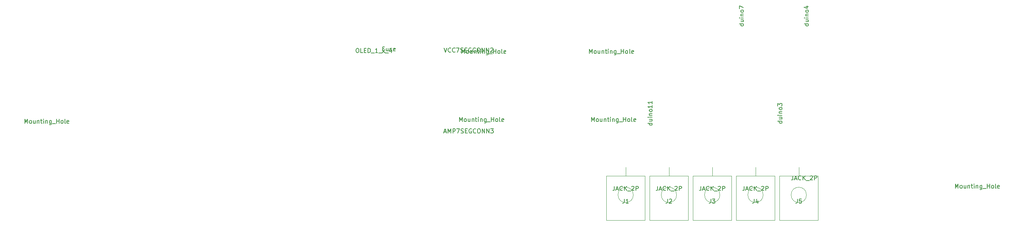
<source format=gbr>
G04 #@! TF.GenerationSoftware,KiCad,Pcbnew,5.0.0-rc2*
G04 #@! TF.CreationDate,2019-08-13T00:47:33-04:00*
G04 #@! TF.ProjectId,pcb,7063622E6B696361645F706362000000,rev?*
G04 #@! TF.SameCoordinates,Original*
G04 #@! TF.FileFunction,Other,Fab,Top*
%FSLAX46Y46*%
G04 Gerber Fmt 4.6, Leading zero omitted, Abs format (unit mm)*
G04 Created by KiCad (PCBNEW 5.0.0-rc2) date Tue Aug 13 00:47:33 2019*
%MOMM*%
%LPD*%
G01*
G04 APERTURE LIST*
%ADD10C,0.100000*%
%ADD11C,0.150000*%
G04 APERTURE END LIST*
D10*
G04 #@! TO.C,J1*
X159330000Y-84870000D02*
X159330000Y-74470000D01*
X168330000Y-84870000D02*
X168330000Y-74470000D01*
X168330000Y-84870000D02*
X159330000Y-84870000D01*
X168330000Y-74420000D02*
X159330000Y-74420000D01*
X165630000Y-78870000D02*
G75*
G03X165630000Y-78870000I-1800000J0D01*
G01*
X163830000Y-72390000D02*
X163830000Y-74420000D01*
G04 #@! TO.C,J2*
X173990000Y-72390000D02*
X173990000Y-74420000D01*
X175790000Y-78870000D02*
G75*
G03X175790000Y-78870000I-1800000J0D01*
G01*
X178490000Y-74420000D02*
X169490000Y-74420000D01*
X178490000Y-84870000D02*
X169490000Y-84870000D01*
X178490000Y-84870000D02*
X178490000Y-74470000D01*
X169490000Y-84870000D02*
X169490000Y-74470000D01*
G04 #@! TO.C,J3*
X184150000Y-72390000D02*
X184150000Y-74420000D01*
X185950000Y-78870000D02*
G75*
G03X185950000Y-78870000I-1800000J0D01*
G01*
X188650000Y-74420000D02*
X179650000Y-74420000D01*
X188650000Y-84870000D02*
X179650000Y-84870000D01*
X188650000Y-84870000D02*
X188650000Y-74470000D01*
X179650000Y-84870000D02*
X179650000Y-74470000D01*
G04 #@! TO.C,J4*
X189810000Y-84870000D02*
X189810000Y-74470000D01*
X198810000Y-84870000D02*
X198810000Y-74470000D01*
X198810000Y-84870000D02*
X189810000Y-84870000D01*
X198810000Y-74420000D02*
X189810000Y-74420000D01*
X196110000Y-78870000D02*
G75*
G03X196110000Y-78870000I-1800000J0D01*
G01*
X194310000Y-72390000D02*
X194310000Y-74420000D01*
G04 #@! TO.C,J5*
X199970000Y-84870000D02*
X199970000Y-74470000D01*
X208970000Y-84870000D02*
X208970000Y-74470000D01*
X208970000Y-84870000D02*
X199970000Y-84870000D01*
X208970000Y-74420000D02*
X199970000Y-74420000D01*
X206270000Y-78870000D02*
G75*
G03X206270000Y-78870000I-1800000J0D01*
G01*
X204470000Y-72390000D02*
X204470000Y-74420000D01*
G04 #@! TD*
G04 #@! TO.C,DIN2*
D11*
X241213333Y-77302380D02*
X241213333Y-76302380D01*
X241546666Y-77016666D01*
X241879999Y-76302380D01*
X241879999Y-77302380D01*
X242499047Y-77302380D02*
X242403809Y-77254761D01*
X242356190Y-77207142D01*
X242308571Y-77111904D01*
X242308571Y-76826190D01*
X242356190Y-76730952D01*
X242403809Y-76683333D01*
X242499047Y-76635714D01*
X242641904Y-76635714D01*
X242737142Y-76683333D01*
X242784761Y-76730952D01*
X242832380Y-76826190D01*
X242832380Y-77111904D01*
X242784761Y-77207142D01*
X242737142Y-77254761D01*
X242641904Y-77302380D01*
X242499047Y-77302380D01*
X243689523Y-76635714D02*
X243689523Y-77302380D01*
X243260952Y-76635714D02*
X243260952Y-77159523D01*
X243308571Y-77254761D01*
X243403809Y-77302380D01*
X243546666Y-77302380D01*
X243641904Y-77254761D01*
X243689523Y-77207142D01*
X244165714Y-76635714D02*
X244165714Y-77302380D01*
X244165714Y-76730952D02*
X244213333Y-76683333D01*
X244308571Y-76635714D01*
X244451428Y-76635714D01*
X244546666Y-76683333D01*
X244594285Y-76778571D01*
X244594285Y-77302380D01*
X244927619Y-76635714D02*
X245308571Y-76635714D01*
X245070476Y-76302380D02*
X245070476Y-77159523D01*
X245118095Y-77254761D01*
X245213333Y-77302380D01*
X245308571Y-77302380D01*
X245641904Y-77302380D02*
X245641904Y-76635714D01*
X245641904Y-76302380D02*
X245594285Y-76350000D01*
X245641904Y-76397619D01*
X245689523Y-76350000D01*
X245641904Y-76302380D01*
X245641904Y-76397619D01*
X246118095Y-76635714D02*
X246118095Y-77302380D01*
X246118095Y-76730952D02*
X246165714Y-76683333D01*
X246260952Y-76635714D01*
X246403809Y-76635714D01*
X246499047Y-76683333D01*
X246546666Y-76778571D01*
X246546666Y-77302380D01*
X247451428Y-76635714D02*
X247451428Y-77445238D01*
X247403809Y-77540476D01*
X247356190Y-77588095D01*
X247260952Y-77635714D01*
X247118095Y-77635714D01*
X247022857Y-77588095D01*
X247451428Y-77254761D02*
X247356190Y-77302380D01*
X247165714Y-77302380D01*
X247070476Y-77254761D01*
X247022857Y-77207142D01*
X246975238Y-77111904D01*
X246975238Y-76826190D01*
X247022857Y-76730952D01*
X247070476Y-76683333D01*
X247165714Y-76635714D01*
X247356190Y-76635714D01*
X247451428Y-76683333D01*
X247689523Y-77397619D02*
X248451428Y-77397619D01*
X248689523Y-77302380D02*
X248689523Y-76302380D01*
X248689523Y-76778571D02*
X249260952Y-76778571D01*
X249260952Y-77302380D02*
X249260952Y-76302380D01*
X249879999Y-77302380D02*
X249784761Y-77254761D01*
X249737142Y-77207142D01*
X249689523Y-77111904D01*
X249689523Y-76826190D01*
X249737142Y-76730952D01*
X249784761Y-76683333D01*
X249879999Y-76635714D01*
X250022857Y-76635714D01*
X250118095Y-76683333D01*
X250165714Y-76730952D01*
X250213333Y-76826190D01*
X250213333Y-77111904D01*
X250165714Y-77207142D01*
X250118095Y-77254761D01*
X250022857Y-77302380D01*
X249879999Y-77302380D01*
X250784761Y-77302380D02*
X250689523Y-77254761D01*
X250641904Y-77159523D01*
X250641904Y-76302380D01*
X251546666Y-77254761D02*
X251451428Y-77302380D01*
X251260952Y-77302380D01*
X251165714Y-77254761D01*
X251118095Y-77159523D01*
X251118095Y-76778571D01*
X251165714Y-76683333D01*
X251260952Y-76635714D01*
X251451428Y-76635714D01*
X251546666Y-76683333D01*
X251594285Y-76778571D01*
X251594285Y-76873809D01*
X251118095Y-76969047D01*
G04 #@! TO.C,DIN1*
X22773333Y-62062380D02*
X22773333Y-61062380D01*
X23106666Y-61776666D01*
X23440000Y-61062380D01*
X23440000Y-62062380D01*
X24059047Y-62062380D02*
X23963809Y-62014761D01*
X23916190Y-61967142D01*
X23868571Y-61871904D01*
X23868571Y-61586190D01*
X23916190Y-61490952D01*
X23963809Y-61443333D01*
X24059047Y-61395714D01*
X24201904Y-61395714D01*
X24297142Y-61443333D01*
X24344761Y-61490952D01*
X24392380Y-61586190D01*
X24392380Y-61871904D01*
X24344761Y-61967142D01*
X24297142Y-62014761D01*
X24201904Y-62062380D01*
X24059047Y-62062380D01*
X25249523Y-61395714D02*
X25249523Y-62062380D01*
X24820952Y-61395714D02*
X24820952Y-61919523D01*
X24868571Y-62014761D01*
X24963809Y-62062380D01*
X25106666Y-62062380D01*
X25201904Y-62014761D01*
X25249523Y-61967142D01*
X25725714Y-61395714D02*
X25725714Y-62062380D01*
X25725714Y-61490952D02*
X25773333Y-61443333D01*
X25868571Y-61395714D01*
X26011428Y-61395714D01*
X26106666Y-61443333D01*
X26154285Y-61538571D01*
X26154285Y-62062380D01*
X26487619Y-61395714D02*
X26868571Y-61395714D01*
X26630476Y-61062380D02*
X26630476Y-61919523D01*
X26678095Y-62014761D01*
X26773333Y-62062380D01*
X26868571Y-62062380D01*
X27201904Y-62062380D02*
X27201904Y-61395714D01*
X27201904Y-61062380D02*
X27154285Y-61110000D01*
X27201904Y-61157619D01*
X27249523Y-61110000D01*
X27201904Y-61062380D01*
X27201904Y-61157619D01*
X27678095Y-61395714D02*
X27678095Y-62062380D01*
X27678095Y-61490952D02*
X27725714Y-61443333D01*
X27820952Y-61395714D01*
X27963809Y-61395714D01*
X28059047Y-61443333D01*
X28106666Y-61538571D01*
X28106666Y-62062380D01*
X29011428Y-61395714D02*
X29011428Y-62205238D01*
X28963809Y-62300476D01*
X28916190Y-62348095D01*
X28820952Y-62395714D01*
X28678095Y-62395714D01*
X28582857Y-62348095D01*
X29011428Y-62014761D02*
X28916190Y-62062380D01*
X28725714Y-62062380D01*
X28630476Y-62014761D01*
X28582857Y-61967142D01*
X28535238Y-61871904D01*
X28535238Y-61586190D01*
X28582857Y-61490952D01*
X28630476Y-61443333D01*
X28725714Y-61395714D01*
X28916190Y-61395714D01*
X29011428Y-61443333D01*
X29249523Y-62157619D02*
X30011428Y-62157619D01*
X30249523Y-62062380D02*
X30249523Y-61062380D01*
X30249523Y-61538571D02*
X30820952Y-61538571D01*
X30820952Y-62062380D02*
X30820952Y-61062380D01*
X31440000Y-62062380D02*
X31344761Y-62014761D01*
X31297142Y-61967142D01*
X31249523Y-61871904D01*
X31249523Y-61586190D01*
X31297142Y-61490952D01*
X31344761Y-61443333D01*
X31440000Y-61395714D01*
X31582857Y-61395714D01*
X31678095Y-61443333D01*
X31725714Y-61490952D01*
X31773333Y-61586190D01*
X31773333Y-61871904D01*
X31725714Y-61967142D01*
X31678095Y-62014761D01*
X31582857Y-62062380D01*
X31440000Y-62062380D01*
X32344761Y-62062380D02*
X32249523Y-62014761D01*
X32201904Y-61919523D01*
X32201904Y-61062380D01*
X33106666Y-62014761D02*
X33011428Y-62062380D01*
X32820952Y-62062380D01*
X32725714Y-62014761D01*
X32678095Y-61919523D01*
X32678095Y-61538571D01*
X32725714Y-61443333D01*
X32820952Y-61395714D01*
X33011428Y-61395714D01*
X33106666Y-61443333D01*
X33154285Y-61538571D01*
X33154285Y-61633809D01*
X32678095Y-61729047D01*
G04 #@! TO.C,J1*
X161187142Y-76842380D02*
X161187142Y-77556666D01*
X161139523Y-77699523D01*
X161044285Y-77794761D01*
X160901428Y-77842380D01*
X160806190Y-77842380D01*
X161615714Y-77556666D02*
X162091904Y-77556666D01*
X161520476Y-77842380D02*
X161853809Y-76842380D01*
X162187142Y-77842380D01*
X163091904Y-77747142D02*
X163044285Y-77794761D01*
X162901428Y-77842380D01*
X162806190Y-77842380D01*
X162663333Y-77794761D01*
X162568095Y-77699523D01*
X162520476Y-77604285D01*
X162472857Y-77413809D01*
X162472857Y-77270952D01*
X162520476Y-77080476D01*
X162568095Y-76985238D01*
X162663333Y-76890000D01*
X162806190Y-76842380D01*
X162901428Y-76842380D01*
X163044285Y-76890000D01*
X163091904Y-76937619D01*
X163520476Y-77842380D02*
X163520476Y-76842380D01*
X164091904Y-77842380D02*
X163663333Y-77270952D01*
X164091904Y-76842380D02*
X163520476Y-77413809D01*
X164282380Y-77937619D02*
X165044285Y-77937619D01*
X165234761Y-76937619D02*
X165282380Y-76890000D01*
X165377619Y-76842380D01*
X165615714Y-76842380D01*
X165710952Y-76890000D01*
X165758571Y-76937619D01*
X165806190Y-77032857D01*
X165806190Y-77128095D01*
X165758571Y-77270952D01*
X165187142Y-77842380D01*
X165806190Y-77842380D01*
X166234761Y-77842380D02*
X166234761Y-76842380D01*
X166615714Y-76842380D01*
X166710952Y-76890000D01*
X166758571Y-76937619D01*
X166806190Y-77032857D01*
X166806190Y-77175714D01*
X166758571Y-77270952D01*
X166710952Y-77318571D01*
X166615714Y-77366190D01*
X166234761Y-77366190D01*
X163496666Y-79842380D02*
X163496666Y-80556666D01*
X163449047Y-80699523D01*
X163353809Y-80794761D01*
X163210952Y-80842380D01*
X163115714Y-80842380D01*
X164496666Y-80842380D02*
X163925238Y-80842380D01*
X164210952Y-80842380D02*
X164210952Y-79842380D01*
X164115714Y-79985238D01*
X164020476Y-80080476D01*
X163925238Y-80128095D01*
G04 #@! TO.C,J2*
X171347142Y-76842380D02*
X171347142Y-77556666D01*
X171299523Y-77699523D01*
X171204285Y-77794761D01*
X171061428Y-77842380D01*
X170966190Y-77842380D01*
X171775714Y-77556666D02*
X172251904Y-77556666D01*
X171680476Y-77842380D02*
X172013809Y-76842380D01*
X172347142Y-77842380D01*
X173251904Y-77747142D02*
X173204285Y-77794761D01*
X173061428Y-77842380D01*
X172966190Y-77842380D01*
X172823333Y-77794761D01*
X172728095Y-77699523D01*
X172680476Y-77604285D01*
X172632857Y-77413809D01*
X172632857Y-77270952D01*
X172680476Y-77080476D01*
X172728095Y-76985238D01*
X172823333Y-76890000D01*
X172966190Y-76842380D01*
X173061428Y-76842380D01*
X173204285Y-76890000D01*
X173251904Y-76937619D01*
X173680476Y-77842380D02*
X173680476Y-76842380D01*
X174251904Y-77842380D02*
X173823333Y-77270952D01*
X174251904Y-76842380D02*
X173680476Y-77413809D01*
X174442380Y-77937619D02*
X175204285Y-77937619D01*
X175394761Y-76937619D02*
X175442380Y-76890000D01*
X175537619Y-76842380D01*
X175775714Y-76842380D01*
X175870952Y-76890000D01*
X175918571Y-76937619D01*
X175966190Y-77032857D01*
X175966190Y-77128095D01*
X175918571Y-77270952D01*
X175347142Y-77842380D01*
X175966190Y-77842380D01*
X176394761Y-77842380D02*
X176394761Y-76842380D01*
X176775714Y-76842380D01*
X176870952Y-76890000D01*
X176918571Y-76937619D01*
X176966190Y-77032857D01*
X176966190Y-77175714D01*
X176918571Y-77270952D01*
X176870952Y-77318571D01*
X176775714Y-77366190D01*
X176394761Y-77366190D01*
X173656666Y-79842380D02*
X173656666Y-80556666D01*
X173609047Y-80699523D01*
X173513809Y-80794761D01*
X173370952Y-80842380D01*
X173275714Y-80842380D01*
X174085238Y-79937619D02*
X174132857Y-79890000D01*
X174228095Y-79842380D01*
X174466190Y-79842380D01*
X174561428Y-79890000D01*
X174609047Y-79937619D01*
X174656666Y-80032857D01*
X174656666Y-80128095D01*
X174609047Y-80270952D01*
X174037619Y-80842380D01*
X174656666Y-80842380D01*
G04 #@! TO.C,J3*
X181507142Y-76842380D02*
X181507142Y-77556666D01*
X181459523Y-77699523D01*
X181364285Y-77794761D01*
X181221428Y-77842380D01*
X181126190Y-77842380D01*
X181935714Y-77556666D02*
X182411904Y-77556666D01*
X181840476Y-77842380D02*
X182173809Y-76842380D01*
X182507142Y-77842380D01*
X183411904Y-77747142D02*
X183364285Y-77794761D01*
X183221428Y-77842380D01*
X183126190Y-77842380D01*
X182983333Y-77794761D01*
X182888095Y-77699523D01*
X182840476Y-77604285D01*
X182792857Y-77413809D01*
X182792857Y-77270952D01*
X182840476Y-77080476D01*
X182888095Y-76985238D01*
X182983333Y-76890000D01*
X183126190Y-76842380D01*
X183221428Y-76842380D01*
X183364285Y-76890000D01*
X183411904Y-76937619D01*
X183840476Y-77842380D02*
X183840476Y-76842380D01*
X184411904Y-77842380D02*
X183983333Y-77270952D01*
X184411904Y-76842380D02*
X183840476Y-77413809D01*
X184602380Y-77937619D02*
X185364285Y-77937619D01*
X185554761Y-76937619D02*
X185602380Y-76890000D01*
X185697619Y-76842380D01*
X185935714Y-76842380D01*
X186030952Y-76890000D01*
X186078571Y-76937619D01*
X186126190Y-77032857D01*
X186126190Y-77128095D01*
X186078571Y-77270952D01*
X185507142Y-77842380D01*
X186126190Y-77842380D01*
X186554761Y-77842380D02*
X186554761Y-76842380D01*
X186935714Y-76842380D01*
X187030952Y-76890000D01*
X187078571Y-76937619D01*
X187126190Y-77032857D01*
X187126190Y-77175714D01*
X187078571Y-77270952D01*
X187030952Y-77318571D01*
X186935714Y-77366190D01*
X186554761Y-77366190D01*
X183816666Y-79842380D02*
X183816666Y-80556666D01*
X183769047Y-80699523D01*
X183673809Y-80794761D01*
X183530952Y-80842380D01*
X183435714Y-80842380D01*
X184197619Y-79842380D02*
X184816666Y-79842380D01*
X184483333Y-80223333D01*
X184626190Y-80223333D01*
X184721428Y-80270952D01*
X184769047Y-80318571D01*
X184816666Y-80413809D01*
X184816666Y-80651904D01*
X184769047Y-80747142D01*
X184721428Y-80794761D01*
X184626190Y-80842380D01*
X184340476Y-80842380D01*
X184245238Y-80794761D01*
X184197619Y-80747142D01*
G04 #@! TO.C,J4*
X191667142Y-76842380D02*
X191667142Y-77556666D01*
X191619523Y-77699523D01*
X191524285Y-77794761D01*
X191381428Y-77842380D01*
X191286190Y-77842380D01*
X192095714Y-77556666D02*
X192571904Y-77556666D01*
X192000476Y-77842380D02*
X192333809Y-76842380D01*
X192667142Y-77842380D01*
X193571904Y-77747142D02*
X193524285Y-77794761D01*
X193381428Y-77842380D01*
X193286190Y-77842380D01*
X193143333Y-77794761D01*
X193048095Y-77699523D01*
X193000476Y-77604285D01*
X192952857Y-77413809D01*
X192952857Y-77270952D01*
X193000476Y-77080476D01*
X193048095Y-76985238D01*
X193143333Y-76890000D01*
X193286190Y-76842380D01*
X193381428Y-76842380D01*
X193524285Y-76890000D01*
X193571904Y-76937619D01*
X194000476Y-77842380D02*
X194000476Y-76842380D01*
X194571904Y-77842380D02*
X194143333Y-77270952D01*
X194571904Y-76842380D02*
X194000476Y-77413809D01*
X194762380Y-77937619D02*
X195524285Y-77937619D01*
X195714761Y-76937619D02*
X195762380Y-76890000D01*
X195857619Y-76842380D01*
X196095714Y-76842380D01*
X196190952Y-76890000D01*
X196238571Y-76937619D01*
X196286190Y-77032857D01*
X196286190Y-77128095D01*
X196238571Y-77270952D01*
X195667142Y-77842380D01*
X196286190Y-77842380D01*
X196714761Y-77842380D02*
X196714761Y-76842380D01*
X197095714Y-76842380D01*
X197190952Y-76890000D01*
X197238571Y-76937619D01*
X197286190Y-77032857D01*
X197286190Y-77175714D01*
X197238571Y-77270952D01*
X197190952Y-77318571D01*
X197095714Y-77366190D01*
X196714761Y-77366190D01*
X193976666Y-79842380D02*
X193976666Y-80556666D01*
X193929047Y-80699523D01*
X193833809Y-80794761D01*
X193690952Y-80842380D01*
X193595714Y-80842380D01*
X194881428Y-80175714D02*
X194881428Y-80842380D01*
X194643333Y-79794761D02*
X194405238Y-80509047D01*
X195024285Y-80509047D01*
G04 #@! TO.C,J5*
X203097142Y-74382380D02*
X203097142Y-75096666D01*
X203049523Y-75239523D01*
X202954285Y-75334761D01*
X202811428Y-75382380D01*
X202716190Y-75382380D01*
X203525714Y-75096666D02*
X204001904Y-75096666D01*
X203430476Y-75382380D02*
X203763809Y-74382380D01*
X204097142Y-75382380D01*
X205001904Y-75287142D02*
X204954285Y-75334761D01*
X204811428Y-75382380D01*
X204716190Y-75382380D01*
X204573333Y-75334761D01*
X204478095Y-75239523D01*
X204430476Y-75144285D01*
X204382857Y-74953809D01*
X204382857Y-74810952D01*
X204430476Y-74620476D01*
X204478095Y-74525238D01*
X204573333Y-74430000D01*
X204716190Y-74382380D01*
X204811428Y-74382380D01*
X204954285Y-74430000D01*
X205001904Y-74477619D01*
X205430476Y-75382380D02*
X205430476Y-74382380D01*
X206001904Y-75382380D02*
X205573333Y-74810952D01*
X206001904Y-74382380D02*
X205430476Y-74953809D01*
X206192380Y-75477619D02*
X206954285Y-75477619D01*
X207144761Y-74477619D02*
X207192380Y-74430000D01*
X207287619Y-74382380D01*
X207525714Y-74382380D01*
X207620952Y-74430000D01*
X207668571Y-74477619D01*
X207716190Y-74572857D01*
X207716190Y-74668095D01*
X207668571Y-74810952D01*
X207097142Y-75382380D01*
X207716190Y-75382380D01*
X208144761Y-75382380D02*
X208144761Y-74382380D01*
X208525714Y-74382380D01*
X208620952Y-74430000D01*
X208668571Y-74477619D01*
X208716190Y-74572857D01*
X208716190Y-74715714D01*
X208668571Y-74810952D01*
X208620952Y-74858571D01*
X208525714Y-74906190D01*
X208144761Y-74906190D01*
X204136666Y-79842380D02*
X204136666Y-80556666D01*
X204089047Y-80699523D01*
X203993809Y-80794761D01*
X203850952Y-80842380D01*
X203755714Y-80842380D01*
X205089047Y-79842380D02*
X204612857Y-79842380D01*
X204565238Y-80318571D01*
X204612857Y-80270952D01*
X204708095Y-80223333D01*
X204946190Y-80223333D01*
X205041428Y-80270952D01*
X205089047Y-80318571D01*
X205136666Y-80413809D01*
X205136666Y-80651904D01*
X205089047Y-80747142D01*
X205041428Y-80794761D01*
X204946190Y-80842380D01*
X204708095Y-80842380D01*
X204612857Y-80794761D01*
X204565238Y-80747142D01*
G04 #@! TO.C,F1*
X107127142Y-44548571D02*
X106793809Y-44548571D01*
X106793809Y-45072380D02*
X106793809Y-44072380D01*
X107269999Y-44072380D01*
X108079523Y-44405714D02*
X108079523Y-45072380D01*
X107650952Y-44405714D02*
X107650952Y-44929523D01*
X107698571Y-45024761D01*
X107793809Y-45072380D01*
X107936666Y-45072380D01*
X108031904Y-45024761D01*
X108079523Y-44977142D01*
X108508095Y-45024761D02*
X108603333Y-45072380D01*
X108793809Y-45072380D01*
X108889047Y-45024761D01*
X108936666Y-44929523D01*
X108936666Y-44881904D01*
X108889047Y-44786666D01*
X108793809Y-44739047D01*
X108650952Y-44739047D01*
X108555714Y-44691428D01*
X108508095Y-44596190D01*
X108508095Y-44548571D01*
X108555714Y-44453333D01*
X108650952Y-44405714D01*
X108793809Y-44405714D01*
X108889047Y-44453333D01*
X109746190Y-45024761D02*
X109650952Y-45072380D01*
X109460476Y-45072380D01*
X109365238Y-45024761D01*
X109317619Y-44929523D01*
X109317619Y-44548571D01*
X109365238Y-44453333D01*
X109460476Y-44405714D01*
X109650952Y-44405714D01*
X109746190Y-44453333D01*
X109793809Y-44548571D01*
X109793809Y-44643809D01*
X109317619Y-44739047D01*
G04 #@! TO.C,P13*
X121214285Y-44352380D02*
X121547619Y-45352380D01*
X121880952Y-44352380D01*
X122785714Y-45257142D02*
X122738095Y-45304761D01*
X122595238Y-45352380D01*
X122499999Y-45352380D01*
X122357142Y-45304761D01*
X122261904Y-45209523D01*
X122214285Y-45114285D01*
X122166666Y-44923809D01*
X122166666Y-44780952D01*
X122214285Y-44590476D01*
X122261904Y-44495238D01*
X122357142Y-44400000D01*
X122499999Y-44352380D01*
X122595238Y-44352380D01*
X122738095Y-44400000D01*
X122785714Y-44447619D01*
X123785714Y-45257142D02*
X123738095Y-45304761D01*
X123595238Y-45352380D01*
X123499999Y-45352380D01*
X123357142Y-45304761D01*
X123261904Y-45209523D01*
X123214285Y-45114285D01*
X123166666Y-44923809D01*
X123166666Y-44780952D01*
X123214285Y-44590476D01*
X123261904Y-44495238D01*
X123357142Y-44400000D01*
X123499999Y-44352380D01*
X123595238Y-44352380D01*
X123738095Y-44400000D01*
X123785714Y-44447619D01*
X124119047Y-44352380D02*
X124785714Y-44352380D01*
X124357142Y-45352380D01*
X125119047Y-45304761D02*
X125261904Y-45352380D01*
X125499999Y-45352380D01*
X125595238Y-45304761D01*
X125642857Y-45257142D01*
X125690476Y-45161904D01*
X125690476Y-45066666D01*
X125642857Y-44971428D01*
X125595238Y-44923809D01*
X125499999Y-44876190D01*
X125309523Y-44828571D01*
X125214285Y-44780952D01*
X125166666Y-44733333D01*
X125119047Y-44638095D01*
X125119047Y-44542857D01*
X125166666Y-44447619D01*
X125214285Y-44400000D01*
X125309523Y-44352380D01*
X125547619Y-44352380D01*
X125690476Y-44400000D01*
X126119047Y-44828571D02*
X126452380Y-44828571D01*
X126595238Y-45352380D02*
X126119047Y-45352380D01*
X126119047Y-44352380D01*
X126595238Y-44352380D01*
X127547619Y-44400000D02*
X127452380Y-44352380D01*
X127309523Y-44352380D01*
X127166666Y-44400000D01*
X127071428Y-44495238D01*
X127023809Y-44590476D01*
X126976190Y-44780952D01*
X126976190Y-44923809D01*
X127023809Y-45114285D01*
X127071428Y-45209523D01*
X127166666Y-45304761D01*
X127309523Y-45352380D01*
X127404761Y-45352380D01*
X127547619Y-45304761D01*
X127595238Y-45257142D01*
X127595238Y-44923809D01*
X127404761Y-44923809D01*
X128595238Y-45257142D02*
X128547619Y-45304761D01*
X128404761Y-45352380D01*
X128309523Y-45352380D01*
X128166666Y-45304761D01*
X128071428Y-45209523D01*
X128023809Y-45114285D01*
X127976190Y-44923809D01*
X127976190Y-44780952D01*
X128023809Y-44590476D01*
X128071428Y-44495238D01*
X128166666Y-44400000D01*
X128309523Y-44352380D01*
X128404761Y-44352380D01*
X128547619Y-44400000D01*
X128595238Y-44447619D01*
X129214285Y-44352380D02*
X129404761Y-44352380D01*
X129499999Y-44400000D01*
X129595238Y-44495238D01*
X129642857Y-44685714D01*
X129642857Y-45019047D01*
X129595238Y-45209523D01*
X129499999Y-45304761D01*
X129404761Y-45352380D01*
X129214285Y-45352380D01*
X129119047Y-45304761D01*
X129023809Y-45209523D01*
X128976190Y-45019047D01*
X128976190Y-44685714D01*
X129023809Y-44495238D01*
X129119047Y-44400000D01*
X129214285Y-44352380D01*
X130071428Y-45352380D02*
X130071428Y-44352380D01*
X130642857Y-45352380D01*
X130642857Y-44352380D01*
X131119047Y-45352380D02*
X131119047Y-44352380D01*
X131690476Y-45352380D01*
X131690476Y-44352380D01*
X132119047Y-44447619D02*
X132166666Y-44400000D01*
X132261904Y-44352380D01*
X132499999Y-44352380D01*
X132595238Y-44400000D01*
X132642857Y-44447619D01*
X132690476Y-44542857D01*
X132690476Y-44638095D01*
X132642857Y-44780952D01*
X132071428Y-45352380D01*
X132690476Y-45352380D01*
G04 #@! TO.C,P14*
X121238095Y-64066666D02*
X121714285Y-64066666D01*
X121142857Y-64352380D02*
X121476190Y-63352380D01*
X121809523Y-64352380D01*
X122142857Y-64352380D02*
X122142857Y-63352380D01*
X122476190Y-64066666D01*
X122809523Y-63352380D01*
X122809523Y-64352380D01*
X123285714Y-64352380D02*
X123285714Y-63352380D01*
X123666666Y-63352380D01*
X123761904Y-63400000D01*
X123809523Y-63447619D01*
X123857142Y-63542857D01*
X123857142Y-63685714D01*
X123809523Y-63780952D01*
X123761904Y-63828571D01*
X123666666Y-63876190D01*
X123285714Y-63876190D01*
X124190476Y-63352380D02*
X124857142Y-63352380D01*
X124428571Y-64352380D01*
X125190476Y-64304761D02*
X125333333Y-64352380D01*
X125571428Y-64352380D01*
X125666666Y-64304761D01*
X125714285Y-64257142D01*
X125761904Y-64161904D01*
X125761904Y-64066666D01*
X125714285Y-63971428D01*
X125666666Y-63923809D01*
X125571428Y-63876190D01*
X125380952Y-63828571D01*
X125285714Y-63780952D01*
X125238095Y-63733333D01*
X125190476Y-63638095D01*
X125190476Y-63542857D01*
X125238095Y-63447619D01*
X125285714Y-63400000D01*
X125380952Y-63352380D01*
X125619047Y-63352380D01*
X125761904Y-63400000D01*
X126190476Y-63828571D02*
X126523809Y-63828571D01*
X126666666Y-64352380D02*
X126190476Y-64352380D01*
X126190476Y-63352380D01*
X126666666Y-63352380D01*
X127619047Y-63400000D02*
X127523809Y-63352380D01*
X127380952Y-63352380D01*
X127238095Y-63400000D01*
X127142857Y-63495238D01*
X127095238Y-63590476D01*
X127047619Y-63780952D01*
X127047619Y-63923809D01*
X127095238Y-64114285D01*
X127142857Y-64209523D01*
X127238095Y-64304761D01*
X127380952Y-64352380D01*
X127476190Y-64352380D01*
X127619047Y-64304761D01*
X127666666Y-64257142D01*
X127666666Y-63923809D01*
X127476190Y-63923809D01*
X128666666Y-64257142D02*
X128619047Y-64304761D01*
X128476190Y-64352380D01*
X128380952Y-64352380D01*
X128238095Y-64304761D01*
X128142857Y-64209523D01*
X128095238Y-64114285D01*
X128047619Y-63923809D01*
X128047619Y-63780952D01*
X128095238Y-63590476D01*
X128142857Y-63495238D01*
X128238095Y-63400000D01*
X128380952Y-63352380D01*
X128476190Y-63352380D01*
X128619047Y-63400000D01*
X128666666Y-63447619D01*
X129285714Y-63352380D02*
X129476190Y-63352380D01*
X129571428Y-63400000D01*
X129666666Y-63495238D01*
X129714285Y-63685714D01*
X129714285Y-64019047D01*
X129666666Y-64209523D01*
X129571428Y-64304761D01*
X129476190Y-64352380D01*
X129285714Y-64352380D01*
X129190476Y-64304761D01*
X129095238Y-64209523D01*
X129047619Y-64019047D01*
X129047619Y-63685714D01*
X129095238Y-63495238D01*
X129190476Y-63400000D01*
X129285714Y-63352380D01*
X130142857Y-64352380D02*
X130142857Y-63352380D01*
X130714285Y-64352380D01*
X130714285Y-63352380D01*
X131190476Y-64352380D02*
X131190476Y-63352380D01*
X131761904Y-64352380D01*
X131761904Y-63352380D01*
X132142857Y-63352380D02*
X132761904Y-63352380D01*
X132428571Y-63733333D01*
X132571428Y-63733333D01*
X132666666Y-63780952D01*
X132714285Y-63828571D01*
X132761904Y-63923809D01*
X132761904Y-64161904D01*
X132714285Y-64257142D01*
X132666666Y-64304761D01*
X132571428Y-64352380D01*
X132285714Y-64352380D01*
X132190476Y-64304761D01*
X132142857Y-64257142D01*
G04 #@! TO.C,P17*
X200552380Y-61547142D02*
X199552380Y-61547142D01*
X200504761Y-61547142D02*
X200552380Y-61642380D01*
X200552380Y-61832857D01*
X200504761Y-61928095D01*
X200457142Y-61975714D01*
X200361904Y-62023333D01*
X200076190Y-62023333D01*
X199980952Y-61975714D01*
X199933333Y-61928095D01*
X199885714Y-61832857D01*
X199885714Y-61642380D01*
X199933333Y-61547142D01*
X199885714Y-60642380D02*
X200552380Y-60642380D01*
X199885714Y-61070952D02*
X200409523Y-61070952D01*
X200504761Y-61023333D01*
X200552380Y-60928095D01*
X200552380Y-60785238D01*
X200504761Y-60689999D01*
X200457142Y-60642380D01*
X200552380Y-60166190D02*
X199885714Y-60166190D01*
X199552380Y-60166190D02*
X199599999Y-60213809D01*
X199647619Y-60166190D01*
X199599999Y-60118571D01*
X199552380Y-60166190D01*
X199647619Y-60166190D01*
X199885714Y-59689999D02*
X200552380Y-59689999D01*
X199980952Y-59689999D02*
X199933333Y-59642380D01*
X199885714Y-59547142D01*
X199885714Y-59404285D01*
X199933333Y-59309047D01*
X200028571Y-59261428D01*
X200552380Y-59261428D01*
X200552380Y-58642380D02*
X200504761Y-58737619D01*
X200457142Y-58785238D01*
X200361904Y-58832857D01*
X200076190Y-58832857D01*
X199980952Y-58785238D01*
X199933333Y-58737619D01*
X199885714Y-58642380D01*
X199885714Y-58499523D01*
X199933333Y-58404285D01*
X199980952Y-58356666D01*
X200076190Y-58309047D01*
X200361904Y-58309047D01*
X200457142Y-58356666D01*
X200504761Y-58404285D01*
X200552380Y-58499523D01*
X200552380Y-58642380D01*
X199552380Y-57975714D02*
X199552380Y-57356666D01*
X199933333Y-57689999D01*
X199933333Y-57547142D01*
X199980952Y-57451904D01*
X200028571Y-57404285D01*
X200123809Y-57356666D01*
X200361904Y-57356666D01*
X200457142Y-57404285D01*
X200504761Y-57451904D01*
X200552380Y-57547142D01*
X200552380Y-57832857D01*
X200504761Y-57928095D01*
X200457142Y-57975714D01*
G04 #@! TO.C,P18*
X170072380Y-62023333D02*
X169072380Y-62023333D01*
X170024761Y-62023333D02*
X170072380Y-62118571D01*
X170072380Y-62309047D01*
X170024761Y-62404285D01*
X169977142Y-62451904D01*
X169881904Y-62499523D01*
X169596190Y-62499523D01*
X169500952Y-62451904D01*
X169453333Y-62404285D01*
X169405714Y-62309047D01*
X169405714Y-62118571D01*
X169453333Y-62023333D01*
X169405714Y-61118571D02*
X170072380Y-61118571D01*
X169405714Y-61547142D02*
X169929523Y-61547142D01*
X170024761Y-61499523D01*
X170072380Y-61404285D01*
X170072380Y-61261428D01*
X170024761Y-61166190D01*
X169977142Y-61118571D01*
X170072380Y-60642380D02*
X169405714Y-60642380D01*
X169072380Y-60642380D02*
X169119999Y-60690000D01*
X169167619Y-60642380D01*
X169119999Y-60594761D01*
X169072380Y-60642380D01*
X169167619Y-60642380D01*
X169405714Y-60166190D02*
X170072380Y-60166190D01*
X169500952Y-60166190D02*
X169453333Y-60118571D01*
X169405714Y-60023333D01*
X169405714Y-59880476D01*
X169453333Y-59785238D01*
X169548571Y-59737619D01*
X170072380Y-59737619D01*
X170072380Y-59118571D02*
X170024761Y-59213809D01*
X169977142Y-59261428D01*
X169881904Y-59309047D01*
X169596190Y-59309047D01*
X169500952Y-59261428D01*
X169453333Y-59213809D01*
X169405714Y-59118571D01*
X169405714Y-58975714D01*
X169453333Y-58880476D01*
X169500952Y-58832857D01*
X169596190Y-58785238D01*
X169881904Y-58785238D01*
X169977142Y-58832857D01*
X170024761Y-58880476D01*
X170072380Y-58975714D01*
X170072380Y-59118571D01*
X170072380Y-57832857D02*
X170072380Y-58404285D01*
X170072380Y-58118571D02*
X169072380Y-58118571D01*
X169215238Y-58213809D01*
X169310476Y-58309047D01*
X169358095Y-58404285D01*
X170072380Y-56880476D02*
X170072380Y-57451904D01*
X170072380Y-57166190D02*
X169072380Y-57166190D01*
X169215238Y-57261428D01*
X169310476Y-57356666D01*
X169358095Y-57451904D01*
G04 #@! TO.C,P19*
X206752380Y-38687142D02*
X205752380Y-38687142D01*
X206704761Y-38687142D02*
X206752380Y-38782380D01*
X206752380Y-38972857D01*
X206704761Y-39068095D01*
X206657142Y-39115714D01*
X206561904Y-39163333D01*
X206276190Y-39163333D01*
X206180952Y-39115714D01*
X206133333Y-39068095D01*
X206085714Y-38972857D01*
X206085714Y-38782380D01*
X206133333Y-38687142D01*
X206085714Y-37782380D02*
X206752380Y-37782380D01*
X206085714Y-38210952D02*
X206609523Y-38210952D01*
X206704761Y-38163333D01*
X206752380Y-38068095D01*
X206752380Y-37925238D01*
X206704761Y-37829999D01*
X206657142Y-37782380D01*
X206752380Y-37306190D02*
X206085714Y-37306190D01*
X205752380Y-37306190D02*
X205799999Y-37353809D01*
X205847619Y-37306190D01*
X205799999Y-37258571D01*
X205752380Y-37306190D01*
X205847619Y-37306190D01*
X206085714Y-36829999D02*
X206752380Y-36829999D01*
X206180952Y-36829999D02*
X206133333Y-36782380D01*
X206085714Y-36687142D01*
X206085714Y-36544285D01*
X206133333Y-36449047D01*
X206228571Y-36401428D01*
X206752380Y-36401428D01*
X206752380Y-35782380D02*
X206704761Y-35877619D01*
X206657142Y-35925238D01*
X206561904Y-35972857D01*
X206276190Y-35972857D01*
X206180952Y-35925238D01*
X206133333Y-35877619D01*
X206085714Y-35782380D01*
X206085714Y-35639523D01*
X206133333Y-35544285D01*
X206180952Y-35496666D01*
X206276190Y-35449047D01*
X206561904Y-35449047D01*
X206657142Y-35496666D01*
X206704761Y-35544285D01*
X206752380Y-35639523D01*
X206752380Y-35782380D01*
X206085714Y-34591904D02*
X206752380Y-34591904D01*
X205704761Y-34829999D02*
X206419047Y-35068095D01*
X206419047Y-34449047D01*
G04 #@! TO.C,P20*
X191512380Y-38687142D02*
X190512380Y-38687142D01*
X191464761Y-38687142D02*
X191512380Y-38782380D01*
X191512380Y-38972857D01*
X191464761Y-39068095D01*
X191417142Y-39115714D01*
X191321904Y-39163333D01*
X191036190Y-39163333D01*
X190940952Y-39115714D01*
X190893333Y-39068095D01*
X190845714Y-38972857D01*
X190845714Y-38782380D01*
X190893333Y-38687142D01*
X190845714Y-37782380D02*
X191512380Y-37782380D01*
X190845714Y-38210952D02*
X191369523Y-38210952D01*
X191464761Y-38163333D01*
X191512380Y-38068095D01*
X191512380Y-37925238D01*
X191464761Y-37829999D01*
X191417142Y-37782380D01*
X191512380Y-37306190D02*
X190845714Y-37306190D01*
X190512380Y-37306190D02*
X190559999Y-37353809D01*
X190607619Y-37306190D01*
X190559999Y-37258571D01*
X190512380Y-37306190D01*
X190607619Y-37306190D01*
X190845714Y-36829999D02*
X191512380Y-36829999D01*
X190940952Y-36829999D02*
X190893333Y-36782380D01*
X190845714Y-36687142D01*
X190845714Y-36544285D01*
X190893333Y-36449047D01*
X190988571Y-36401428D01*
X191512380Y-36401428D01*
X191512380Y-35782380D02*
X191464761Y-35877619D01*
X191417142Y-35925238D01*
X191321904Y-35972857D01*
X191036190Y-35972857D01*
X190940952Y-35925238D01*
X190893333Y-35877619D01*
X190845714Y-35782380D01*
X190845714Y-35639523D01*
X190893333Y-35544285D01*
X190940952Y-35496666D01*
X191036190Y-35449047D01*
X191321904Y-35449047D01*
X191417142Y-35496666D01*
X191464761Y-35544285D01*
X191512380Y-35639523D01*
X191512380Y-35782380D01*
X190512380Y-35115714D02*
X190512380Y-34449047D01*
X191512380Y-34877619D01*
G04 #@! TO.C,P21*
X100797619Y-44452380D02*
X100988095Y-44452380D01*
X101083333Y-44500000D01*
X101178571Y-44595238D01*
X101226190Y-44785714D01*
X101226190Y-45119047D01*
X101178571Y-45309523D01*
X101083333Y-45404761D01*
X100988095Y-45452380D01*
X100797619Y-45452380D01*
X100702380Y-45404761D01*
X100607142Y-45309523D01*
X100559523Y-45119047D01*
X100559523Y-44785714D01*
X100607142Y-44595238D01*
X100702380Y-44500000D01*
X100797619Y-44452380D01*
X102130952Y-45452380D02*
X101654761Y-45452380D01*
X101654761Y-44452380D01*
X102464285Y-44928571D02*
X102797619Y-44928571D01*
X102940476Y-45452380D02*
X102464285Y-45452380D01*
X102464285Y-44452380D01*
X102940476Y-44452380D01*
X103369047Y-45452380D02*
X103369047Y-44452380D01*
X103607142Y-44452380D01*
X103749999Y-44500000D01*
X103845238Y-44595238D01*
X103892857Y-44690476D01*
X103940476Y-44880952D01*
X103940476Y-45023809D01*
X103892857Y-45214285D01*
X103845238Y-45309523D01*
X103749999Y-45404761D01*
X103607142Y-45452380D01*
X103369047Y-45452380D01*
X104130952Y-45547619D02*
X104892857Y-45547619D01*
X105654761Y-45452380D02*
X105083333Y-45452380D01*
X105369047Y-45452380D02*
X105369047Y-44452380D01*
X105273809Y-44595238D01*
X105178571Y-44690476D01*
X105083333Y-44738095D01*
X105845238Y-45547619D02*
X106607142Y-45547619D01*
X106749999Y-45452380D02*
X107273809Y-44785714D01*
X106749999Y-44785714D02*
X107273809Y-45452380D01*
X107416666Y-45547619D02*
X108178571Y-45547619D01*
X108845238Y-44785714D02*
X108845238Y-45452380D01*
X108607142Y-44404761D02*
X108369047Y-45119047D01*
X108988095Y-45119047D01*
G04 #@! TO.C,MK1*
X125333333Y-45652380D02*
X125333333Y-44652380D01*
X125666666Y-45366666D01*
X125999999Y-44652380D01*
X125999999Y-45652380D01*
X126619047Y-45652380D02*
X126523809Y-45604761D01*
X126476190Y-45557142D01*
X126428571Y-45461904D01*
X126428571Y-45176190D01*
X126476190Y-45080952D01*
X126523809Y-45033333D01*
X126619047Y-44985714D01*
X126761904Y-44985714D01*
X126857142Y-45033333D01*
X126904761Y-45080952D01*
X126952380Y-45176190D01*
X126952380Y-45461904D01*
X126904761Y-45557142D01*
X126857142Y-45604761D01*
X126761904Y-45652380D01*
X126619047Y-45652380D01*
X127809523Y-44985714D02*
X127809523Y-45652380D01*
X127380952Y-44985714D02*
X127380952Y-45509523D01*
X127428571Y-45604761D01*
X127523809Y-45652380D01*
X127666666Y-45652380D01*
X127761904Y-45604761D01*
X127809523Y-45557142D01*
X128285714Y-44985714D02*
X128285714Y-45652380D01*
X128285714Y-45080952D02*
X128333333Y-45033333D01*
X128428571Y-44985714D01*
X128571428Y-44985714D01*
X128666666Y-45033333D01*
X128714285Y-45128571D01*
X128714285Y-45652380D01*
X129047619Y-44985714D02*
X129428571Y-44985714D01*
X129190476Y-44652380D02*
X129190476Y-45509523D01*
X129238095Y-45604761D01*
X129333333Y-45652380D01*
X129428571Y-45652380D01*
X129761904Y-45652380D02*
X129761904Y-44985714D01*
X129761904Y-44652380D02*
X129714285Y-44700000D01*
X129761904Y-44747619D01*
X129809523Y-44700000D01*
X129761904Y-44652380D01*
X129761904Y-44747619D01*
X130238095Y-44985714D02*
X130238095Y-45652380D01*
X130238095Y-45080952D02*
X130285714Y-45033333D01*
X130380952Y-44985714D01*
X130523809Y-44985714D01*
X130619047Y-45033333D01*
X130666666Y-45128571D01*
X130666666Y-45652380D01*
X131571428Y-44985714D02*
X131571428Y-45795238D01*
X131523809Y-45890476D01*
X131476190Y-45938095D01*
X131380952Y-45985714D01*
X131238095Y-45985714D01*
X131142857Y-45938095D01*
X131571428Y-45604761D02*
X131476190Y-45652380D01*
X131285714Y-45652380D01*
X131190476Y-45604761D01*
X131142857Y-45557142D01*
X131095238Y-45461904D01*
X131095238Y-45176190D01*
X131142857Y-45080952D01*
X131190476Y-45033333D01*
X131285714Y-44985714D01*
X131476190Y-44985714D01*
X131571428Y-45033333D01*
X131809523Y-45747619D02*
X132571428Y-45747619D01*
X132809523Y-45652380D02*
X132809523Y-44652380D01*
X132809523Y-45128571D02*
X133380952Y-45128571D01*
X133380952Y-45652380D02*
X133380952Y-44652380D01*
X133999999Y-45652380D02*
X133904761Y-45604761D01*
X133857142Y-45557142D01*
X133809523Y-45461904D01*
X133809523Y-45176190D01*
X133857142Y-45080952D01*
X133904761Y-45033333D01*
X133999999Y-44985714D01*
X134142857Y-44985714D01*
X134238095Y-45033333D01*
X134285714Y-45080952D01*
X134333333Y-45176190D01*
X134333333Y-45461904D01*
X134285714Y-45557142D01*
X134238095Y-45604761D01*
X134142857Y-45652380D01*
X133999999Y-45652380D01*
X134904761Y-45652380D02*
X134809523Y-45604761D01*
X134761904Y-45509523D01*
X134761904Y-44652380D01*
X135666666Y-45604761D02*
X135571428Y-45652380D01*
X135380952Y-45652380D01*
X135285714Y-45604761D01*
X135238095Y-45509523D01*
X135238095Y-45128571D01*
X135285714Y-45033333D01*
X135380952Y-44985714D01*
X135571428Y-44985714D01*
X135666666Y-45033333D01*
X135714285Y-45128571D01*
X135714285Y-45223809D01*
X135238095Y-45319047D01*
G04 #@! TO.C,MK2*
X155333333Y-45652380D02*
X155333333Y-44652380D01*
X155666666Y-45366666D01*
X155999999Y-44652380D01*
X155999999Y-45652380D01*
X156619047Y-45652380D02*
X156523809Y-45604761D01*
X156476190Y-45557142D01*
X156428571Y-45461904D01*
X156428571Y-45176190D01*
X156476190Y-45080952D01*
X156523809Y-45033333D01*
X156619047Y-44985714D01*
X156761904Y-44985714D01*
X156857142Y-45033333D01*
X156904761Y-45080952D01*
X156952380Y-45176190D01*
X156952380Y-45461904D01*
X156904761Y-45557142D01*
X156857142Y-45604761D01*
X156761904Y-45652380D01*
X156619047Y-45652380D01*
X157809523Y-44985714D02*
X157809523Y-45652380D01*
X157380952Y-44985714D02*
X157380952Y-45509523D01*
X157428571Y-45604761D01*
X157523809Y-45652380D01*
X157666666Y-45652380D01*
X157761904Y-45604761D01*
X157809523Y-45557142D01*
X158285714Y-44985714D02*
X158285714Y-45652380D01*
X158285714Y-45080952D02*
X158333333Y-45033333D01*
X158428571Y-44985714D01*
X158571428Y-44985714D01*
X158666666Y-45033333D01*
X158714285Y-45128571D01*
X158714285Y-45652380D01*
X159047619Y-44985714D02*
X159428571Y-44985714D01*
X159190476Y-44652380D02*
X159190476Y-45509523D01*
X159238095Y-45604761D01*
X159333333Y-45652380D01*
X159428571Y-45652380D01*
X159761904Y-45652380D02*
X159761904Y-44985714D01*
X159761904Y-44652380D02*
X159714285Y-44700000D01*
X159761904Y-44747619D01*
X159809523Y-44700000D01*
X159761904Y-44652380D01*
X159761904Y-44747619D01*
X160238095Y-44985714D02*
X160238095Y-45652380D01*
X160238095Y-45080952D02*
X160285714Y-45033333D01*
X160380952Y-44985714D01*
X160523809Y-44985714D01*
X160619047Y-45033333D01*
X160666666Y-45128571D01*
X160666666Y-45652380D01*
X161571428Y-44985714D02*
X161571428Y-45795238D01*
X161523809Y-45890476D01*
X161476190Y-45938095D01*
X161380952Y-45985714D01*
X161238095Y-45985714D01*
X161142857Y-45938095D01*
X161571428Y-45604761D02*
X161476190Y-45652380D01*
X161285714Y-45652380D01*
X161190476Y-45604761D01*
X161142857Y-45557142D01*
X161095238Y-45461904D01*
X161095238Y-45176190D01*
X161142857Y-45080952D01*
X161190476Y-45033333D01*
X161285714Y-44985714D01*
X161476190Y-44985714D01*
X161571428Y-45033333D01*
X161809523Y-45747619D02*
X162571428Y-45747619D01*
X162809523Y-45652380D02*
X162809523Y-44652380D01*
X162809523Y-45128571D02*
X163380952Y-45128571D01*
X163380952Y-45652380D02*
X163380952Y-44652380D01*
X163999999Y-45652380D02*
X163904761Y-45604761D01*
X163857142Y-45557142D01*
X163809523Y-45461904D01*
X163809523Y-45176190D01*
X163857142Y-45080952D01*
X163904761Y-45033333D01*
X163999999Y-44985714D01*
X164142857Y-44985714D01*
X164238095Y-45033333D01*
X164285714Y-45080952D01*
X164333333Y-45176190D01*
X164333333Y-45461904D01*
X164285714Y-45557142D01*
X164238095Y-45604761D01*
X164142857Y-45652380D01*
X163999999Y-45652380D01*
X164904761Y-45652380D02*
X164809523Y-45604761D01*
X164761904Y-45509523D01*
X164761904Y-44652380D01*
X165666666Y-45604761D02*
X165571428Y-45652380D01*
X165380952Y-45652380D01*
X165285714Y-45604761D01*
X165238095Y-45509523D01*
X165238095Y-45128571D01*
X165285714Y-45033333D01*
X165380952Y-44985714D01*
X165571428Y-44985714D01*
X165666666Y-45033333D01*
X165714285Y-45128571D01*
X165714285Y-45223809D01*
X165238095Y-45319047D01*
G04 #@! TO.C,MK3*
X124833333Y-61652380D02*
X124833333Y-60652380D01*
X125166666Y-61366666D01*
X125499999Y-60652380D01*
X125499999Y-61652380D01*
X126119047Y-61652380D02*
X126023809Y-61604761D01*
X125976190Y-61557142D01*
X125928571Y-61461904D01*
X125928571Y-61176190D01*
X125976190Y-61080952D01*
X126023809Y-61033333D01*
X126119047Y-60985714D01*
X126261904Y-60985714D01*
X126357142Y-61033333D01*
X126404761Y-61080952D01*
X126452380Y-61176190D01*
X126452380Y-61461904D01*
X126404761Y-61557142D01*
X126357142Y-61604761D01*
X126261904Y-61652380D01*
X126119047Y-61652380D01*
X127309523Y-60985714D02*
X127309523Y-61652380D01*
X126880952Y-60985714D02*
X126880952Y-61509523D01*
X126928571Y-61604761D01*
X127023809Y-61652380D01*
X127166666Y-61652380D01*
X127261904Y-61604761D01*
X127309523Y-61557142D01*
X127785714Y-60985714D02*
X127785714Y-61652380D01*
X127785714Y-61080952D02*
X127833333Y-61033333D01*
X127928571Y-60985714D01*
X128071428Y-60985714D01*
X128166666Y-61033333D01*
X128214285Y-61128571D01*
X128214285Y-61652380D01*
X128547619Y-60985714D02*
X128928571Y-60985714D01*
X128690476Y-60652380D02*
X128690476Y-61509523D01*
X128738095Y-61604761D01*
X128833333Y-61652380D01*
X128928571Y-61652380D01*
X129261904Y-61652380D02*
X129261904Y-60985714D01*
X129261904Y-60652380D02*
X129214285Y-60700000D01*
X129261904Y-60747619D01*
X129309523Y-60700000D01*
X129261904Y-60652380D01*
X129261904Y-60747619D01*
X129738095Y-60985714D02*
X129738095Y-61652380D01*
X129738095Y-61080952D02*
X129785714Y-61033333D01*
X129880952Y-60985714D01*
X130023809Y-60985714D01*
X130119047Y-61033333D01*
X130166666Y-61128571D01*
X130166666Y-61652380D01*
X131071428Y-60985714D02*
X131071428Y-61795238D01*
X131023809Y-61890476D01*
X130976190Y-61938095D01*
X130880952Y-61985714D01*
X130738095Y-61985714D01*
X130642857Y-61938095D01*
X131071428Y-61604761D02*
X130976190Y-61652380D01*
X130785714Y-61652380D01*
X130690476Y-61604761D01*
X130642857Y-61557142D01*
X130595238Y-61461904D01*
X130595238Y-61176190D01*
X130642857Y-61080952D01*
X130690476Y-61033333D01*
X130785714Y-60985714D01*
X130976190Y-60985714D01*
X131071428Y-61033333D01*
X131309523Y-61747619D02*
X132071428Y-61747619D01*
X132309523Y-61652380D02*
X132309523Y-60652380D01*
X132309523Y-61128571D02*
X132880952Y-61128571D01*
X132880952Y-61652380D02*
X132880952Y-60652380D01*
X133499999Y-61652380D02*
X133404761Y-61604761D01*
X133357142Y-61557142D01*
X133309523Y-61461904D01*
X133309523Y-61176190D01*
X133357142Y-61080952D01*
X133404761Y-61033333D01*
X133499999Y-60985714D01*
X133642857Y-60985714D01*
X133738095Y-61033333D01*
X133785714Y-61080952D01*
X133833333Y-61176190D01*
X133833333Y-61461904D01*
X133785714Y-61557142D01*
X133738095Y-61604761D01*
X133642857Y-61652380D01*
X133499999Y-61652380D01*
X134404761Y-61652380D02*
X134309523Y-61604761D01*
X134261904Y-61509523D01*
X134261904Y-60652380D01*
X135166666Y-61604761D02*
X135071428Y-61652380D01*
X134880952Y-61652380D01*
X134785714Y-61604761D01*
X134738095Y-61509523D01*
X134738095Y-61128571D01*
X134785714Y-61033333D01*
X134880952Y-60985714D01*
X135071428Y-60985714D01*
X135166666Y-61033333D01*
X135214285Y-61128571D01*
X135214285Y-61223809D01*
X134738095Y-61319047D01*
G04 #@! TO.C,MK4*
X155833333Y-61652380D02*
X155833333Y-60652380D01*
X156166666Y-61366666D01*
X156499999Y-60652380D01*
X156499999Y-61652380D01*
X157119047Y-61652380D02*
X157023809Y-61604761D01*
X156976190Y-61557142D01*
X156928571Y-61461904D01*
X156928571Y-61176190D01*
X156976190Y-61080952D01*
X157023809Y-61033333D01*
X157119047Y-60985714D01*
X157261904Y-60985714D01*
X157357142Y-61033333D01*
X157404761Y-61080952D01*
X157452380Y-61176190D01*
X157452380Y-61461904D01*
X157404761Y-61557142D01*
X157357142Y-61604761D01*
X157261904Y-61652380D01*
X157119047Y-61652380D01*
X158309523Y-60985714D02*
X158309523Y-61652380D01*
X157880952Y-60985714D02*
X157880952Y-61509523D01*
X157928571Y-61604761D01*
X158023809Y-61652380D01*
X158166666Y-61652380D01*
X158261904Y-61604761D01*
X158309523Y-61557142D01*
X158785714Y-60985714D02*
X158785714Y-61652380D01*
X158785714Y-61080952D02*
X158833333Y-61033333D01*
X158928571Y-60985714D01*
X159071428Y-60985714D01*
X159166666Y-61033333D01*
X159214285Y-61128571D01*
X159214285Y-61652380D01*
X159547619Y-60985714D02*
X159928571Y-60985714D01*
X159690476Y-60652380D02*
X159690476Y-61509523D01*
X159738095Y-61604761D01*
X159833333Y-61652380D01*
X159928571Y-61652380D01*
X160261904Y-61652380D02*
X160261904Y-60985714D01*
X160261904Y-60652380D02*
X160214285Y-60700000D01*
X160261904Y-60747619D01*
X160309523Y-60700000D01*
X160261904Y-60652380D01*
X160261904Y-60747619D01*
X160738095Y-60985714D02*
X160738095Y-61652380D01*
X160738095Y-61080952D02*
X160785714Y-61033333D01*
X160880952Y-60985714D01*
X161023809Y-60985714D01*
X161119047Y-61033333D01*
X161166666Y-61128571D01*
X161166666Y-61652380D01*
X162071428Y-60985714D02*
X162071428Y-61795238D01*
X162023809Y-61890476D01*
X161976190Y-61938095D01*
X161880952Y-61985714D01*
X161738095Y-61985714D01*
X161642857Y-61938095D01*
X162071428Y-61604761D02*
X161976190Y-61652380D01*
X161785714Y-61652380D01*
X161690476Y-61604761D01*
X161642857Y-61557142D01*
X161595238Y-61461904D01*
X161595238Y-61176190D01*
X161642857Y-61080952D01*
X161690476Y-61033333D01*
X161785714Y-60985714D01*
X161976190Y-60985714D01*
X162071428Y-61033333D01*
X162309523Y-61747619D02*
X163071428Y-61747619D01*
X163309523Y-61652380D02*
X163309523Y-60652380D01*
X163309523Y-61128571D02*
X163880952Y-61128571D01*
X163880952Y-61652380D02*
X163880952Y-60652380D01*
X164499999Y-61652380D02*
X164404761Y-61604761D01*
X164357142Y-61557142D01*
X164309523Y-61461904D01*
X164309523Y-61176190D01*
X164357142Y-61080952D01*
X164404761Y-61033333D01*
X164499999Y-60985714D01*
X164642857Y-60985714D01*
X164738095Y-61033333D01*
X164785714Y-61080952D01*
X164833333Y-61176190D01*
X164833333Y-61461904D01*
X164785714Y-61557142D01*
X164738095Y-61604761D01*
X164642857Y-61652380D01*
X164499999Y-61652380D01*
X165404761Y-61652380D02*
X165309523Y-61604761D01*
X165261904Y-61509523D01*
X165261904Y-60652380D01*
X166166666Y-61604761D02*
X166071428Y-61652380D01*
X165880952Y-61652380D01*
X165785714Y-61604761D01*
X165738095Y-61509523D01*
X165738095Y-61128571D01*
X165785714Y-61033333D01*
X165880952Y-60985714D01*
X166071428Y-60985714D01*
X166166666Y-61033333D01*
X166214285Y-61128571D01*
X166214285Y-61223809D01*
X165738095Y-61319047D01*
G04 #@! TD*
M02*

</source>
